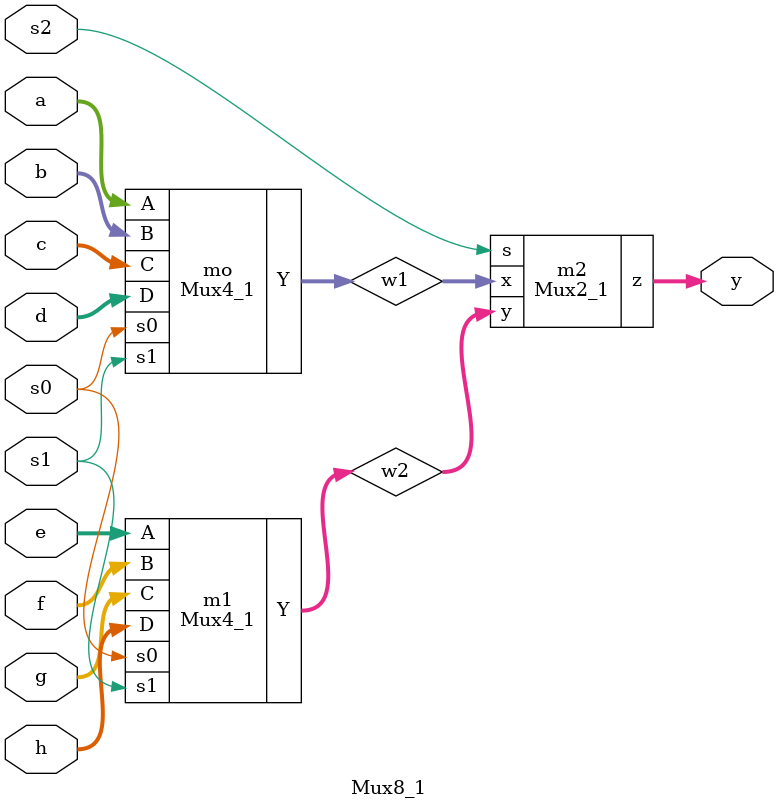
<source format=v>

module Mux2_1(input [7:0]x,y,
	      input s,
	      output [7:0]z);
	
	assign z = s? y : x ;	
endmodule : Mux2_1


module Mux4_1(input [7:0] A,B,C,D,
	      input s0,s1, 
   	      output [7:0]Y);
	
	assign Y = s1? (s0?D:C):(s1?B:A);
endmodule : Mux4_1


module Mux8_1(input [7:0]a,b,c,d,e,f,g,h,
	      input s2,s1,s0,
	      output [7:0]y);
	      wire [7:0]w1,w2;

	Mux4_1 mo(a,b,c,d,s0,s1,w1);
	Mux4_1 m1(e,f,g,h,s0,s1,w2);
	Mux2_1 m2(w1,w2,s2,y);
endmodule : Mux8_1

</source>
